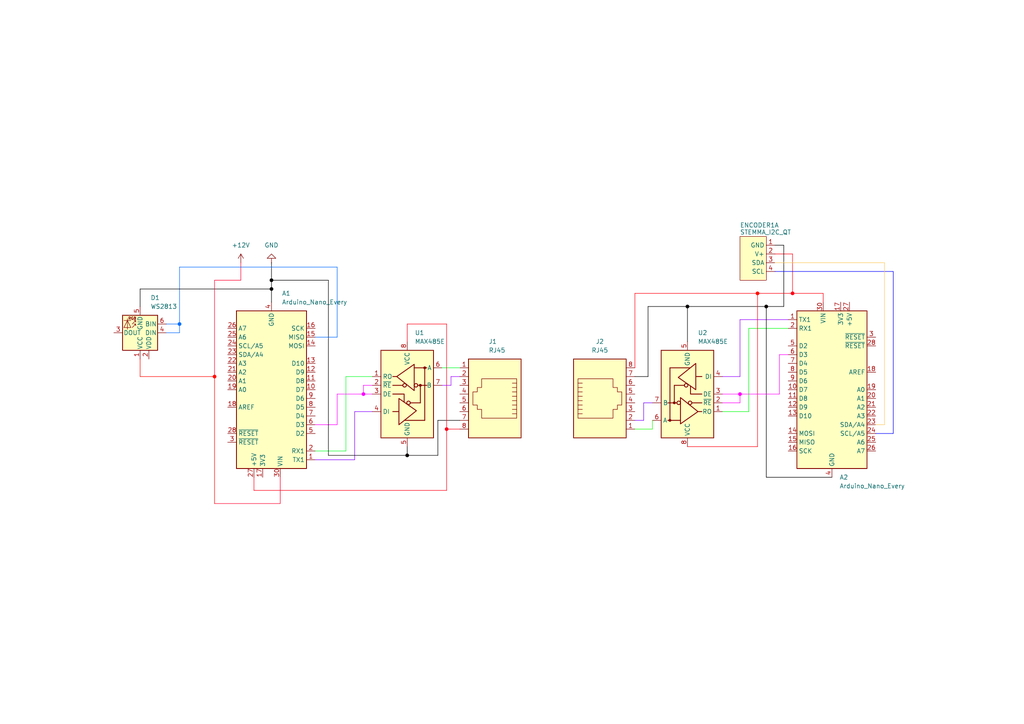
<source format=kicad_sch>
(kicad_sch (version 20231120) (generator "eeschema") (generator_version "8.0")
  (paper "A4")
  (lib_symbols
    (symbol "Connector:RJ45" (pin_names (offset 1.016))
      (property "Reference" "J" (at -5.08 13.97 0))
      (property "Value" "RJ45" (at 2.54 13.97 0))
      (symbol "RJ45_0_1"
        (polyline (pts (xy -5.08 4.445) (xy -6.35 4.445)))
        (polyline (pts (xy -5.08 5.715) (xy -6.35 5.715)))
        (polyline (pts (xy -6.35 -3.175) (xy -5.08 -3.175) (xy -5.08 -3.175)))
        (polyline (pts (xy -6.35 -1.905) (xy -5.08 -1.905) (xy -5.08 -1.905)))
        (polyline (pts (xy -6.35 -0.635) (xy -5.08 -0.635) (xy -5.08 -0.635)))
        (polyline (pts (xy -6.35 0.635) (xy -5.08 0.635) (xy -5.08 0.635)))
        (polyline (pts (xy -6.35 1.905) (xy -5.08 1.905) (xy -5.08 1.905)))
        (polyline (pts (xy -5.08 3.175) (xy -6.35 3.175) (xy -6.35 3.175)))
        (polyline (pts (xy -6.35 -4.445) (xy -6.35 6.985) (xy 3.81 6.985) (xy 3.81 4.445) (xy 5.08 4.445) (xy 5.08 3.175) (xy 6.35 3.175) (xy 6.35 -0.635) (xy 5.08 -0.635) (xy 5.08 -1.905) (xy 3.81 -1.905) (xy 3.81 -4.445) (xy -6.35 -4.445) (xy -6.35 -4.445)))
        (rectangle (start 7.62 12.7) (end -7.62 -10.16) (stroke (width 0.254)) (fill (type background)))
      )
      (symbol "RJ45_1_1"
        (pin passive line (at 10.16 -7.62 180) (length 2.54) (name "~") (number "1"))
        (pin passive line (at 10.16 -5.08 180) (length 2.54) (name "~") (number "2"))
        (pin passive line (at 10.16 -2.54 180) (length 2.54) (name "~") (number "3"))
        (pin passive line (at 10.16 0 180) (length 2.54) (name "~") (number "4"))
        (pin passive line (at 10.16 2.54 180) (length 2.54) (name "~") (number "5"))
        (pin passive line (at 10.16 5.08 180) (length 2.54) (name "~") (number "6"))
        (pin passive line (at 10.16 7.62 180) (length 2.54) (name "~") (number "7"))
        (pin passive line (at 10.16 10.16 180) (length 2.54) (name "~") (number "8"))
      )
    )
    (symbol "Interface_UART:MAX485E"
      (property "Reference" "U" (at -6.985 13.97 0))
      (property "Value" "MAX485E" (at 1.905 13.97 0))
      (symbol "MAX485E_0_1"
        (rectangle (start -7.62 12.7) (end 7.62 -12.7) (stroke (width 0.254)) (fill (type background)))
        (polyline (pts (xy -4.191 2.54) (xy -1.27 2.54)) (stroke (width 0.254)))
        (polyline (pts (xy -2.54 -5.08) (xy -4.191 -5.08)) (stroke (width 0.254)))
        (polyline (pts (xy -0.635 -7.62) (xy 5.08 -7.62)) (stroke (width 0.254)))
        (polyline (pts (xy 0.889 -2.54) (xy 3.81 -2.54)) (stroke (width 0.254)))
        (polyline (pts (xy 2.032 7.62) (xy 5.715 7.62)) (stroke (width 0.254)))
        (polyline (pts (xy 3.048 2.54) (xy 5.715 2.54)) (stroke (width 0.254)))
        (polyline (pts (xy 3.81 -2.54) (xy 3.81 2.54)) (stroke (width 0.254)))
        (polyline (pts (xy 5.08 -7.62) (xy 5.08 7.62)) (stroke (width 0.254)))
        (polyline (pts (xy -4.191 0) (xy -0.889 0) (xy -0.889 -2.286)) (stroke (width 0.254)))
        (polyline (pts (xy -3.175 5.08) (xy -4.191 5.08) (xy -4.064 5.08)) (stroke (width 0.254)))
        (polyline (pts (xy -2.413 -5.08) (xy -2.413 -1.27) (xy 2.667 -4.826) (xy -2.413 -8.89) (xy -2.413 -5.08)) (stroke (width 0.254)))
        (circle (center 0.381 -2.54) (radius 0.508) (stroke (width 0.254)))
        (circle (center 3.81 2.54) (radius 0.2794) (stroke (width 0.254)) (fill (type outline)))
      )
      (symbol "MAX485E_1_1"
        (circle (center -0.762 2.54) (radius 0.508) (stroke (width 0.254)))
        (polyline (pts (xy 2.032 4.826) (xy 2.032 8.636) (xy -3.048 5.08) (xy 2.032 1.016) (xy 2.032 4.826)) (stroke (width 0.254)))
        (circle (center 2.54 2.54) (radius 0.508) (stroke (width 0.254)))
        (circle (center 5.08 7.62) (radius 0.2794) (stroke (width 0.254)) (fill (type outline)))
        (pin output line (at -10.16 5.08 0) (length 2.54) (name "RO") (number "1"))
        (pin input line (at -10.16 2.54 0) (length 2.54) (name "~{RE}") (number "2"))
        (pin input line (at -10.16 0 0) (length 2.54) (name "DE") (number "3"))
        (pin input line (at -10.16 -5.08 0) (length 2.54) (name "DI") (number "4"))
        (pin power_in line (at 0 -15.24 90) (length 2.54) (name "GND") (number "5"))
        (pin bidirectional line (at 10.16 7.62 180) (length 2.54) (name "A") (number "6"))
        (pin bidirectional line (at 10.16 2.54 180) (length 2.54) (name "B") (number "7"))
        (pin power_in line (at 0 15.24 270) (length 2.54) (name "VCC") (number "8"))
      )
    )
    (symbol "LED:WS2813" (pin_names (offset 0.254))
      (property "Reference" "D" (at 5.08 5.715 0))
      (property "Value" "WS2813" (at 1.27 -5.715 0))
      (symbol "WS2813_0_0"
        (text "RGB" (at 2.286 -4.191 0) (effects (font (size 0.762 0.762))))
      )
      (symbol "WS2813_0_1"
        (polyline (pts (xy 1.27 -3.556) (xy 1.778 -3.556)))
        (polyline (pts (xy 1.27 -2.54) (xy 1.778 -2.54)))
        (polyline (pts (xy 4.699 -3.556) (xy 2.667 -3.556)))
        (polyline (pts (xy 2.286 -2.54) (xy 1.27 -3.556) (xy 1.27 -3.048)))
        (polyline (pts (xy 2.286 -1.524) (xy 1.27 -2.54) (xy 1.27 -2.032)))
        (polyline (pts (xy 3.683 -1.016) (xy 3.683 -3.556) (xy 3.683 -4.064)))
        (polyline (pts (xy 4.699 -1.524) (xy 2.667 -1.524) (xy 3.683 -3.556) (xy 4.699 -1.524)))
        (rectangle (start 5.08 5.08) (end -5.08 -5.08) (stroke (width 0.254)) (fill (type background)))
      )
      (symbol "WS2813_1_1"
        (pin power_in line (at 0 7.62 270) (length 2.54) (name "VCC") (number "1"))
        (pin power_in line (at -2.54 7.62 270) (length 2.54) (name "VDD") (number "2"))
        (pin output line (at 7.62 0 180) (length 2.54) (name "DOUT") (number "3"))
        (pin input line (at -7.62 0 0) (length 2.54) (name "DIN") (number "4"))
        (pin power_in line (at 0 -7.62 90) (length 2.54) (name "GND") (number "5"))
        (pin input line (at -7.62 -2.54 0) (length 2.54) (name "BIN") (number "6"))
      )
    )
    (symbol "MCU_Module:Arduino_Nano_Every"
      (property "Reference" "A" (at -10.16 23.495 0))
      (property "Value" "Arduino_Nano_Every" (at 5.08 -24.13 0))
      (symbol "Arduino_Nano_Every_0_1"
        (rectangle (start -10.16 22.86) (end 10.16 -22.86) (stroke (width 0.254)) (fill (type background)))
      )
      (symbol "Arduino_Nano_Every_1_1"
        (pin bidirectional line (at -12.7 20.32 0) (length 2.54) (name "TX1") (number "1"))
        (pin bidirectional line (at -12.7 0 0) (length 2.54) (name "D7") (number "10"))
        (pin bidirectional line (at -12.7 -2.54 0) (length 2.54) (name "D8") (number "11"))
        (pin bidirectional line (at -12.7 -5.08 0) (length 2.54) (name "D9") (number "12"))
        (pin bidirectional line (at -12.7 -7.62 0) (length 2.54) (name "D10") (number "13"))
        (pin bidirectional line (at -12.7 -12.7 0) (length 2.54) (name "MOSI") (number "14"))
        (pin bidirectional line (at -12.7 -15.24 0) (length 2.54) (name "MISO") (number "15"))
        (pin bidirectional line (at -12.7 -17.78 0) (length 2.54) (name "SCK") (number "16"))
        (pin power_out line (at 2.54 25.4 270) (length 2.54) (name "3V3") (number "17"))
        (pin input line (at 12.7 5.08 180) (length 2.54) (name "AREF") (number "18"))
        (pin bidirectional line (at 12.7 0 180) (length 2.54) (name "A0") (number "19"))
        (pin bidirectional line (at -12.7 17.78 0) (length 2.54) (name "RX1") (number "2"))
        (pin bidirectional line (at 12.7 -2.54 180) (length 2.54) (name "A1") (number "20"))
        (pin bidirectional line (at 12.7 -5.08 180) (length 2.54) (name "A2") (number "21"))
        (pin bidirectional line (at 12.7 -7.62 180) (length 2.54) (name "A3") (number "22"))
        (pin bidirectional line (at 12.7 -10.16 180) (length 2.54) (name "SDA/A4") (number "23"))
        (pin bidirectional line (at 12.7 -12.7 180) (length 2.54) (name "SCL/A5") (number "24"))
        (pin bidirectional line (at 12.7 -15.24 180) (length 2.54) (name "A6") (number "25"))
        (pin bidirectional line (at 12.7 -17.78 180) (length 2.54) (name "A7") (number "26"))
        (pin power_out line (at 5.08 25.4 270) (length 2.54) (name "+5V") (number "27"))
        (pin input line (at 12.7 12.7 180) (length 2.54) (name "~{RESET}") (number "28"))
        (pin passive line (at 0 -25.4 90) (length 2.54) hide (name "GND") (number "29"))
        (pin input line (at 12.7 15.24 180) (length 2.54) (name "~{RESET}") (number "3"))
        (pin power_in line (at -2.54 25.4 270) (length 2.54) (name "VIN") (number "30"))
        (pin power_in line (at 0 -25.4 90) (length 2.54) (name "GND") (number "4"))
        (pin bidirectional line (at -12.7 12.7 0) (length 2.54) (name "D2") (number "5"))
        (pin bidirectional line (at -12.7 10.16 0) (length 2.54) (name "D3") (number "6"))
        (pin bidirectional line (at -12.7 7.62 0) (length 2.54) (name "D4") (number "7"))
        (pin bidirectional line (at -12.7 5.08 0) (length 2.54) (name "D5") (number "8"))
        (pin bidirectional line (at -12.7 2.54 0) (length 2.54) (name "D6") (number "9"))
      )
    )
    (symbol "infinipus-eagle-import:STEMMA_I2C_QT"
      (property "Reference" "ENCODER1" (at -7.874 8.636 0))
      (property "Value" "STEMMA_I2C_QT" (at -7.112 -7.62 0))
      (symbol "STEMMA_I2C_QT_1_0"
        (pin passive line (at 2.54 5.08 180) (length 2.54) (name "GND") (number "1"))
        (pin passive line (at 2.54 2.54 180) (length 2.54) (name "V+") (number "2"))
        (pin passive line (at 2.54 0 180) (length 2.54) (name "SDA") (number "3"))
        (pin passive line (at 2.54 -2.54 180) (length 2.54) (name "SCL") (number "4"))
      )
      (symbol "STEMMA_I2C_QT_1_1"
        (rectangle (start -7.62 7.62) (end 0 -5.08) (fill (type background)))
      )
      (symbol "STEMMA_I2C_QT_2_0"
        (pin bidirectional line (at 0 0 0) (length 5.08) (name "MT") (number "MT1"))
      )
      (symbol "STEMMA_I2C_QT_3_0"
        (pin bidirectional line (at 0 0 0) (length 5.08) (name "MT") (number "MT2"))
      )
    )
    (symbol "power:+12V" (power) (pin_numbers hide) (pin_names (offset 0) hide)
      (property "Value" "+12V" (at 0 3.556 0))
      (symbol "+12V_0_1"
        (polyline (pts (xy -0.762 1.27) (xy 0 2.54)))
        (polyline (pts (xy 0 0) (xy 0 2.54)))
        (polyline (pts (xy 0 2.54) (xy 0.762 1.27)))
      )
      (symbol "+12V_1_1"
        (pin power_in line (at 0 0 90) (length 0) (name "~") (number "1"))
      )
    )
    (symbol "power:GND" (power) (pin_numbers hide) (pin_names (offset 0) hide)
      (property "Value" "GND" (at 0 -3.81 0))
      (symbol "GND_0_1"
        (polyline (pts (xy 0 0) (xy 0 -1.27) (xy 1.27 -1.27) (xy 0 -2.54) (xy -1.27 -1.27) (xy 0 -1.27)))
      )
      (symbol "GND_1_1"
        (pin power_in line (at 0 0 270) (length 0) (name "~") (number "1"))
      )
    )
  )
  (junction (at 214.63 114.3) (color 255 0 248 1))
  (junction (at 62.23 109.22) (color 255 6 0 1))
  (junction (at 199.39 88.9) (color 2 0 0 1))
  (junction (at 222.25 88.9) (color 4 0 0 1))
  (junction (at 52.07 93.98) (color 0 104 255 1))
  (junction (at 219.71 85.09) (color 255 8 0 1))
  (junction (at 78.74 81.28) (color 0 0 0 1))
  (junction (at 105.41 114.3) (color 247 0 255 1))
  (junction (at 78.74 83.82) (color 0 0 0 1))
  (junction (at 118.11 132.08) (color 4 0 0 1))
  (junction (at 229.87 85.09) (color 255 0 15 1))
  (junction (at 129.54 124.46) (color 255 0 20 1))
  (wire (pts (xy 254 125.73) (xy 259.08 125.73)) (stroke (width 0) (color 0 0 255 1)))
  (wire (pts (xy 105.41 114.3) (xy 105.41 111.76)) (stroke (width 0) (color 250 0 255 1)))
  (wire (pts (xy 241.3 138.43) (xy 222.25 138.43)) (stroke (width 0) (color 2 0 0 1)))
  (wire (pts (xy 105.41 114.3) (xy 107.95 114.3)) (stroke (width 0) (color 250 0 255 1)))
  (wire (pts (xy 219.71 85.09) (xy 219.71 129.54)) (stroke (width 0) (color 255 0 15 1)))
  (wire (pts (xy 214.63 114.3) (xy 226.06 114.3)) (stroke (width 0) (color 255 0 248 1)))
  (wire (pts (xy 118.11 132.08) (xy 95.25 132.08)) (stroke (width 0) (color 0 0 0 1)))
  (wire (pts (xy 189.23 124.46) (xy 189.23 121.92)) (stroke (width 0) (color 27 255 8 1)))
  (wire (pts (xy 127 132.08) (xy 118.11 132.08)) (stroke (width 0) (color 0 0 0 1)))
  (wire (pts (xy 217.17 95.25) (xy 228.6 95.25)) (stroke (width 0) (color 0 255 14 1)))
  (wire (pts (xy 69.85 81.28) (xy 62.23 81.28)) (stroke (width 0) (color 255 0 47 1)))
  (wire (pts (xy 69.85 76.2) (xy 69.85 81.28)) (stroke (width 0) (color 255 0 47 1)))
  (wire (pts (xy 107.95 119.38) (xy 102.87 119.38)) (stroke (width 0) (color 133 0 255 1)))
  (wire (pts (xy 102.87 133.35) (xy 91.44 133.35)) (stroke (width 0) (color 133 0 255 1)))
  (wire (pts (xy 199.39 129.54) (xy 219.71 129.54)) (stroke (width 0) (color 255 0 15 1)))
  (wire (pts (xy 226.06 102.87) (xy 228.6 102.87)) (stroke (width 0) (color 255 0 248 1)))
  (wire (pts (xy 40.64 109.22) (xy 62.23 109.22)) (stroke (width 0) (color 255 6 0 1)))
  (wire (pts (xy 40.64 104.14) (xy 40.64 109.22)) (stroke (width 0) (color 255 6 0 1)))
  (wire (pts (xy 214.63 116.84) (xy 214.63 114.3)) (stroke (width 0) (color 255 0 248 1)))
  (wire (pts (xy 48.26 96.52) (xy 52.07 96.52)) (stroke (width 0) (color 0 104 255 1)))
  (wire (pts (xy 238.76 85.09) (xy 238.76 87.63)) (stroke (width 0) (color 255 0 15 1)))
  (wire (pts (xy 100.33 109.22) (xy 107.95 109.22)) (stroke (width 0) (color 11 255 42 1)))
  (wire (pts (xy 224.79 76.2) (xy 256.54 76.2)) (stroke (width 0) (color 255 201 98 1)))
  (wire (pts (xy 209.55 119.38) (xy 217.17 119.38)) (stroke (width 0) (color 0 255 14 1)))
  (wire (pts (xy 78.74 81.28) (xy 95.25 81.28)) (stroke (width 0) (color 0 0 0 1)))
  (wire (pts (xy 40.64 83.82) (xy 40.64 88.9)) (stroke (width 0) (color 0 0 0 1)))
  (wire (pts (xy 256.54 76.2) (xy 256.54 123.19)) (stroke (width 0) (color 255 201 98 1)))
  (wire (pts (xy 102.87 119.38) (xy 102.87 133.35)) (stroke (width 0) (color 133 0 255 1)))
  (wire (pts (xy 129.54 124.46) (xy 129.54 93.98)) (stroke (width 0) (color 255 0 22 1)))
  (wire (pts (xy 186.69 121.92) (xy 186.69 116.84)) (stroke (width 0) (color 121 2 255 1)))
  (wire (pts (xy 118.11 93.98) (xy 118.11 99.06)) (stroke (width 0) (color 255 0 22 1)))
  (wire (pts (xy 199.39 88.9) (xy 222.25 88.9)) (stroke (width 0) (color 2 0 0 1)))
  (wire (pts (xy 91.44 97.79) (xy 97.79 97.79)) (stroke (width 0) (color 0 104 255 1)))
  (wire (pts (xy 127 121.92) (xy 127 132.08)) (stroke (width 0) (color 0 0 0 1)))
  (wire (pts (xy 199.39 88.9) (xy 199.39 99.06)) (stroke (width 0) (color 2 0 0 1)))
  (wire (pts (xy 227.33 71.12) (xy 224.79 71.12)) (stroke (width 0) (color 2 0 0 1)))
  (wire (pts (xy 224.79 78.74) (xy 259.08 78.74)) (stroke (width 0) (color 0 0 255 1)))
  (wire (pts (xy 209.55 109.22) (xy 214.63 109.22)) (stroke (width 0) (color 148 0 255 1)))
  (wire (pts (xy 128.27 106.68) (xy 133.35 106.68)) (stroke (width 0) (color 0 255 43 1)))
  (wire (pts (xy 186.69 116.84) (xy 189.23 116.84)) (stroke (width 0) (color 121 2 255 1)))
  (wire (pts (xy 214.63 109.22) (xy 214.63 92.71)) (stroke (width 0) (color 148 0 255 1)))
  (wire (pts (xy 78.74 83.82) (xy 78.74 87.63)) (stroke (width 0) (color 0 0 0 1)))
  (wire (pts (xy 91.44 123.19) (xy 97.79 123.19)) (stroke (width 0) (color 250 0 255 1)))
  (wire (pts (xy 222.25 88.9) (xy 227.33 88.9)) (stroke (width 0) (color 2 0 0 1)))
  (wire (pts (xy 62.23 81.28) (xy 62.23 109.22)) (stroke (width 0) (color 255 0 47 1)))
  (wire (pts (xy 129.54 142.24) (xy 129.54 124.46)) (stroke (width 0) (color 255 0 22 1)))
  (wire (pts (xy 95.25 132.08) (xy 95.25 81.28)) (stroke (width 0) (color 0 0 0 1)))
  (wire (pts (xy 130.81 109.22) (xy 133.35 109.22)) (stroke (width 0) (color 157 2 255 1)))
  (wire (pts (xy 130.81 111.76) (xy 130.81 109.22)) (stroke (width 0) (color 157 2 255 1)))
  (wire (pts (xy 133.35 121.92) (xy 127 121.92)) (stroke (width 0) (color 0 0 0 1)))
  (wire (pts (xy 184.15 109.22) (xy 187.96 109.22)) (stroke (width 0) (color 2 0 0 1)))
  (wire (pts (xy 73.66 142.24) (xy 129.54 142.24)) (stroke (width 0) (color 255 0 22 1)))
  (wire (pts (xy 128.27 111.76) (xy 130.81 111.76)) (stroke (width 0) (color 157 2 255 1)))
  (wire (pts (xy 62.23 109.22) (xy 62.23 146.05)) (stroke (width 0) (color 255 6 0 1)))
  (wire (pts (xy 73.66 138.43) (xy 73.66 142.24)) (stroke (width 0) (color 255 0 24 1)))
  (wire (pts (xy 187.96 109.22) (xy 187.96 88.9)) (stroke (width 0) (color 2 0 0 1)))
  (wire (pts (xy 52.07 93.98) (xy 48.26 93.98)) (stroke (width 0) (color 0 104 255 1)))
  (wire (pts (xy 219.71 85.09) (xy 229.87 85.09)) (stroke (width 0) (color 255 0 15 1)))
  (wire (pts (xy 81.28 138.43) (xy 81.28 146.05)) (stroke (width 0) (color 255 0 47 1)))
  (wire (pts (xy 100.33 130.81) (xy 100.33 109.22)) (stroke (width 0) (color 11 255 42 1)))
  (wire (pts (xy 52.07 96.52) (xy 52.07 93.98)) (stroke (width 0) (color 0 104 255 1)))
  (wire (pts (xy 227.33 88.9) (xy 227.33 71.12)) (stroke (width 0) (color 2 0 0 1)))
  (wire (pts (xy 62.23 146.05) (xy 81.28 146.05)) (stroke (width 0) (color 255 0 47 1)))
  (wire (pts (xy 129.54 124.46) (xy 133.35 124.46)) (stroke (width 0) (color 255 0 22 1)))
  (wire (pts (xy 209.55 114.3) (xy 214.63 114.3)) (stroke (width 0) (color 255 0 248 1)))
  (wire (pts (xy 187.96 88.9) (xy 199.39 88.9)) (stroke (width 0) (color 2 0 0 1)))
  (wire (pts (xy 184.15 106.68) (xy 184.15 85.09)) (stroke (width 0) (color 255 0 15 1)))
  (wire (pts (xy 129.54 93.98) (xy 118.11 93.98)) (stroke (width 0) (color 255 0 22 1)))
  (wire (pts (xy 229.87 73.66) (xy 229.87 85.09)) (stroke (width 0) (color 255 0 15 1)))
  (wire (pts (xy 118.11 132.08) (xy 118.11 129.54)) (stroke (width 0) (color 0 0 0 1)))
  (wire (pts (xy 91.44 130.81) (xy 100.33 130.81)) (stroke (width 0) (color 11 255 42 1)))
  (wire (pts (xy 97.79 114.3) (xy 105.41 114.3)) (stroke (width 0) (color 250 0 255 1)))
  (wire (pts (xy 217.17 119.38) (xy 217.17 95.25)) (stroke (width 0) (color 0 255 14 1)))
  (wire (pts (xy 78.74 76.2) (xy 78.74 81.28)) (stroke (width 0) (color 0 0 0 1)))
  (wire (pts (xy 229.87 85.09) (xy 238.76 85.09)) (stroke (width 0) (color 255 0 15 1)))
  (wire (pts (xy 97.79 97.79) (xy 97.79 77.47)) (stroke (width 0) (color 0 104 255 1)))
  (wire (pts (xy 97.79 77.47) (xy 52.07 77.47)) (stroke (width 0) (color 0 104 255 1)))
  (wire (pts (xy 52.07 77.47) (xy 52.07 93.98)) (stroke (width 0) (color 0 104 255 1)))
  (wire (pts (xy 224.79 73.66) (xy 229.87 73.66)) (stroke (width 0) (color 255 0 15 1)))
  (wire (pts (xy 105.41 111.76) (xy 107.95 111.76)) (stroke (width 0) (color 250 0 255 1)))
  (wire (pts (xy 78.74 81.28) (xy 78.74 83.82)) (stroke (width 0) (color 0 0 0 1)))
  (wire (pts (xy 226.06 114.3) (xy 226.06 102.87)) (stroke (width 0) (color 255 0 248 1)))
  (wire (pts (xy 256.54 123.19) (xy 254 123.19)) (stroke (width 0) (color 255 201 98 1)))
  (wire (pts (xy 259.08 125.73) (xy 259.08 78.74)) (stroke (width 0) (color 3 0 255 1)))
  (wire (pts (xy 222.25 138.43) (xy 222.25 88.9)) (stroke (width 0) (color 2 0 0 1)))
  (wire (pts (xy 184.15 85.09) (xy 219.71 85.09)) (stroke (width 0) (color 255 0 15 1)))
  (wire (pts (xy 184.15 121.92) (xy 186.69 121.92)) (stroke (width 0) (color 121 2 255 1)))
  (wire (pts (xy 78.74 83.82) (xy 40.64 83.82)) (stroke (width 0) (color 0 0 0 1)))
  (wire (pts (xy 97.79 123.19) (xy 97.79 114.3)) (stroke (width 0) (color 250 0 255 1)))
  (wire (pts (xy 209.55 116.84) (xy 214.63 116.84)) (stroke (width 0) (color 255 0 248 1)))
  (wire (pts (xy 184.15 124.46) (xy 189.23 124.46)) (stroke (width 0) (color 27 255 8 1)))
  (wire (pts (xy 214.63 92.71) (xy 228.6 92.71)) (stroke (width 0) (color 148 0 255 1)))
  (symbol (lib_id "infinipus-eagle-import:STEMMA_I2C_QT") (at 222.25 76.2 0) (unit 1)
    (property "Reference" "ENCODER1" (at 214.63 66.04 0) (effects (justify left bottom)))
    (property "Value" "STEMMA_I2C_QT" (at 214.63 68.072 0) (effects (justify left bottom)))
    (property "Footprint" "infinipus:JST_SH4" (effects (hide yes)))
  )
  (symbol (lib_id "Interface_UART:MAX485E") (at 199.39 114.3 180) (unit 1)
    (property "Reference" "U2" (at 202.4065 96.52 0) (effects (justify right)))
    (property "Value" "MAX485E" (at 202.4065 99.06 0) (effects (justify right)))
    (property "Footprint" "Package_SO:SOIC-8_3.9x4.9mm_P1.27mm" (effects (hide yes)))
    (property "Datasheet" "https://datasheets.maximintegrated.com/en/ds/MAX1487E-MAX491E.pdf" (effects (hide yes)))
    (property "Description" "Half duplex RS-485/RS-422, 2.5 Mbps, ±15kV electro-static discharge (ESD) protection, no slew-rate, no low-power shutdown, with receiver/driver enable, 32 receiver drive capability, DIP-8 and SOIC-8" (effects (hide yes)))
  )
  (symbol (lib_id "power:+12V") (at 69.85 76.2 0) (unit 1)
    (property "Reference" "#PWR01" (effects (hide yes)))
    (property "Value" "+12V" (at 69.85 71.12 0))
    (property "Description" "Power symbol creates a global label with name \"+12V\"" (effects (hide yes)))
  )
  (symbol (lib_id "LED:WS2813") (at 40.64 96.52 180) (unit 1)
    (property "Reference" "D1" (at 43.6565 86.36 0) (effects (justify right)))
    (property "Value" "WS2813" (at 43.6565 88.9 0) (effects (justify right)))
    (property "Footprint" "LED_SMD:LED_WS2812_PLCC6_5.0x5.0mm_P1.6mm" (effects (hide yes)))
    (property "Datasheet" "http://www.normandled.com/upload/201605/WS2813%20LED%20Datasheet.pdf" (effects (hide yes)))
    (property "Description" "RGB LED with integrated controller" (effects (hide yes)))
  )
  (symbol (lib_id "power:GND") (at 78.74 76.2 180) (unit 1)
    (property "Reference" "#PWR02" (effects (hide yes)))
    (property "Value" "GND" (at 78.74 71.12 0))
    (property "Description" "Power symbol creates a global label with name \"GND\" , ground" (effects (hide yes)))
  )
  (symbol (lib_id "Connector:RJ45") (at 173.99 116.84 0) (unit 1)
    (property "Reference" "J2" (at 173.99 99.06 0))
    (property "Value" "RJ45" (at 173.99 101.6 0))
    (property "Description" "RJ connector, 8P8C (8 positions 8 connected)" (effects (hide yes)))
  )
  (symbol (lib_id "MCU_Module:Arduino_Nano_Every") (at 78.74 113.03 180) (unit 1)
    (property "Reference" "A1" (at 81.7565 85.09 0) (effects (justify right)))
    (property "Value" "Arduino_Nano_Every" (at 81.7565 87.63 0) (effects (justify right)))
    (property "Footprint" "Module:Arduino_Nano" (effects (hide yes)))
    (property "Datasheet" "https://content.arduino.cc/assets/NANOEveryV3.0_sch.pdf" (effects (hide yes)))
    (property "Description" "Arduino Nano Every" (effects (hide yes)))
  )
  (symbol (lib_id "MCU_Module:Arduino_Nano_Every") (at 241.3 113.03 0) (unit 1)
    (property "Reference" "A2" (at 243.4941 138.43 0) (effects (justify left)))
    (property "Value" "Arduino_Nano_Every" (at 243.4941 140.97 0) (effects (justify left)))
    (property "Footprint" "Module:Arduino_Nano" (effects (hide yes)))
    (property "Datasheet" "https://content.arduino.cc/assets/NANOEveryV3.0_sch.pdf" (effects (hide yes)))
    (property "Description" "Arduino Nano Every" (effects (hide yes)))
  )
  (symbol (lib_id "Interface_UART:MAX485E") (at 118.11 114.3 0) (unit 1)
    (property "Reference" "U1" (at 120.3041 96.52 0) (effects (justify left)))
    (property "Value" "MAX485E" (at 120.3041 99.06 0) (effects (justify left)))
    (property "Footprint" "Package_SO:SOIC-8_3.9x4.9mm_P1.27mm" (effects (hide yes)))
    (property "Datasheet" "https://datasheets.maximintegrated.com/en/ds/MAX1487E-MAX491E.pdf" (effects (hide yes)))
    (property "Description" "Half duplex RS-485/RS-422, 2.5 Mbps, ±15kV electro-static discharge (ESD) protection, no slew-rate, no low-power shutdown, with receiver/driver enable, 32 receiver drive capability, DIP-8 and SOIC-8" (effects (hide yes)))
  )
  (symbol (lib_id "Connector:RJ45") (at 143.51 114.3 180) (unit 1)
    (property "Reference" "J1" (at 141.732 99.06 0) (effects (justify right)))
    (property "Value" "RJ45" (at 141.732 101.6 0) (effects (justify right)))
    (property "Description" "RJ connector, 8P8C (8 positions 8 connected)" (effects (hide yes)))
  )
)
</source>
